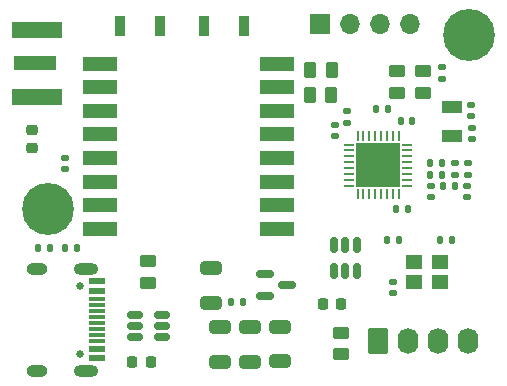
<source format=gbr>
%TF.GenerationSoftware,KiCad,Pcbnew,(6.0.1)*%
%TF.CreationDate,2023-03-02T19:10:53-05:00*%
%TF.ProjectId,PCBFiles_Gateway,50434246-696c-4657-935f-476174657761,rev?*%
%TF.SameCoordinates,Original*%
%TF.FileFunction,Soldermask,Top*%
%TF.FilePolarity,Negative*%
%FSLAX46Y46*%
G04 Gerber Fmt 4.6, Leading zero omitted, Abs format (unit mm)*
G04 Created by KiCad (PCBNEW (6.0.1)) date 2023-03-02 19:10:53*
%MOMM*%
%LPD*%
G01*
G04 APERTURE LIST*
G04 Aperture macros list*
%AMRoundRect*
0 Rectangle with rounded corners*
0 $1 Rounding radius*
0 $2 $3 $4 $5 $6 $7 $8 $9 X,Y pos of 4 corners*
0 Add a 4 corners polygon primitive as box body*
4,1,4,$2,$3,$4,$5,$6,$7,$8,$9,$2,$3,0*
0 Add four circle primitives for the rounded corners*
1,1,$1+$1,$2,$3*
1,1,$1+$1,$4,$5*
1,1,$1+$1,$6,$7*
1,1,$1+$1,$8,$9*
0 Add four rect primitives between the rounded corners*
20,1,$1+$1,$2,$3,$4,$5,0*
20,1,$1+$1,$4,$5,$6,$7,0*
20,1,$1+$1,$6,$7,$8,$9,0*
20,1,$1+$1,$8,$9,$2,$3,0*%
G04 Aperture macros list end*
%ADD10RoundRect,0.225000X0.250000X-0.225000X0.250000X0.225000X-0.250000X0.225000X-0.250000X-0.225000X0*%
%ADD11RoundRect,0.250000X-0.650000X0.325000X-0.650000X-0.325000X0.650000X-0.325000X0.650000X0.325000X0*%
%ADD12RoundRect,0.140000X-0.170000X0.140000X-0.170000X-0.140000X0.170000X-0.140000X0.170000X0.140000X0*%
%ADD13R,3.000000X1.300000*%
%ADD14RoundRect,0.135000X-0.135000X-0.185000X0.135000X-0.185000X0.135000X0.185000X-0.135000X0.185000X0*%
%ADD15R,3.600000X1.270000*%
%ADD16R,4.200000X1.350000*%
%ADD17RoundRect,0.225000X0.225000X0.250000X-0.225000X0.250000X-0.225000X-0.250000X0.225000X-0.250000X0*%
%ADD18C,4.400000*%
%ADD19RoundRect,0.140000X0.170000X-0.140000X0.170000X0.140000X-0.170000X0.140000X-0.170000X-0.140000X0*%
%ADD20RoundRect,0.147500X-0.147500X-0.172500X0.147500X-0.172500X0.147500X0.172500X-0.147500X0.172500X0*%
%ADD21RoundRect,0.218750X-0.218750X-0.256250X0.218750X-0.256250X0.218750X0.256250X-0.218750X0.256250X0*%
%ADD22R,1.700000X1.700000*%
%ADD23O,1.700000X1.700000*%
%ADD24RoundRect,0.140000X-0.140000X-0.170000X0.140000X-0.170000X0.140000X0.170000X-0.140000X0.170000X0*%
%ADD25RoundRect,0.062500X0.337500X0.062500X-0.337500X0.062500X-0.337500X-0.062500X0.337500X-0.062500X0*%
%ADD26RoundRect,0.062500X0.062500X0.337500X-0.062500X0.337500X-0.062500X-0.337500X0.062500X-0.337500X0*%
%ADD27R,3.700000X3.700000*%
%ADD28R,0.900000X1.700000*%
%ADD29R,1.800000X1.000000*%
%ADD30RoundRect,0.150000X-0.587500X-0.150000X0.587500X-0.150000X0.587500X0.150000X-0.587500X0.150000X0*%
%ADD31RoundRect,0.150000X-0.512500X-0.150000X0.512500X-0.150000X0.512500X0.150000X-0.512500X0.150000X0*%
%ADD32RoundRect,0.150000X-0.150000X0.512500X-0.150000X-0.512500X0.150000X-0.512500X0.150000X0.512500X0*%
%ADD33RoundRect,0.250000X-0.450000X0.262500X-0.450000X-0.262500X0.450000X-0.262500X0.450000X0.262500X0*%
%ADD34RoundRect,0.250000X-0.620000X-0.845000X0.620000X-0.845000X0.620000X0.845000X-0.620000X0.845000X0*%
%ADD35O,1.740000X2.190000*%
%ADD36RoundRect,0.135000X0.135000X0.185000X-0.135000X0.185000X-0.135000X-0.185000X0.135000X-0.185000X0*%
%ADD37R,1.400000X1.200000*%
%ADD38RoundRect,0.147500X0.147500X0.172500X-0.147500X0.172500X-0.147500X-0.172500X0.147500X-0.172500X0*%
%ADD39RoundRect,0.250000X0.650000X-0.325000X0.650000X0.325000X-0.650000X0.325000X-0.650000X-0.325000X0*%
%ADD40C,0.650000*%
%ADD41R,1.450000X0.600000*%
%ADD42R,1.450000X0.300000*%
%ADD43O,2.100000X1.000000*%
%ADD44O,1.800000X1.000000*%
%ADD45RoundRect,0.250000X-0.262500X-0.450000X0.262500X-0.450000X0.262500X0.450000X-0.262500X0.450000X0*%
G04 APERTURE END LIST*
D10*
%TO.C,D2*%
X127980000Y-93775000D03*
X127980000Y-92225000D03*
%TD*%
D11*
%TO.C,C4*%
X149020000Y-108885000D03*
X149020000Y-111835000D03*
%TD*%
D12*
%TO.C,C15*%
X161780000Y-96980000D03*
X161780000Y-97940000D03*
%TD*%
D13*
%TO.C,U4*%
X148770000Y-100620000D03*
X148770000Y-98620000D03*
X148770000Y-96620000D03*
X148770000Y-94620000D03*
X148770000Y-92620000D03*
X148770000Y-90620000D03*
X148770000Y-88620000D03*
X148770000Y-86620000D03*
X133770000Y-86620000D03*
X133770000Y-88620000D03*
X133770000Y-90620000D03*
X133770000Y-92620000D03*
X133770000Y-94620000D03*
X133770000Y-96620000D03*
X133770000Y-98620000D03*
X133770000Y-100620000D03*
%TD*%
D14*
%TO.C,R7*%
X158090000Y-101570000D03*
X159110000Y-101570000D03*
%TD*%
D15*
%TO.C,J2*%
X128232500Y-86610000D03*
D16*
X128432500Y-89435000D03*
X128432500Y-83785000D03*
%TD*%
D17*
%TO.C,D1*%
X154185000Y-107000000D03*
X152635000Y-107000000D03*
%TD*%
D18*
%TO.C,H2*%
X129350000Y-98910000D03*
%TD*%
D19*
%TO.C,C6*%
X163810000Y-96020000D03*
X163810000Y-95060000D03*
%TD*%
D20*
%TO.C,L1*%
X144885000Y-106780000D03*
X145855000Y-106780000D03*
%TD*%
D21*
%TO.C,F1*%
X136512500Y-111860000D03*
X138087500Y-111860000D03*
%TD*%
D20*
%TO.C,L3*%
X162820000Y-96985000D03*
X163790000Y-96985000D03*
%TD*%
D22*
%TO.C,J4*%
X152440000Y-83270000D03*
D23*
X154980000Y-83270000D03*
X157520000Y-83270000D03*
X160060000Y-83270000D03*
%TD*%
D24*
%TO.C,C8*%
X159260000Y-91520000D03*
X160220000Y-91520000D03*
%TD*%
D25*
%TO.C,U3*%
X159785000Y-96975000D03*
X159785000Y-96475000D03*
X159785000Y-95975000D03*
X159785000Y-95475000D03*
X159785000Y-94975000D03*
X159785000Y-94475000D03*
X159785000Y-93975000D03*
X159785000Y-93475000D03*
D26*
X159085000Y-92775000D03*
X158585000Y-92775000D03*
X158085000Y-92775000D03*
X157585000Y-92775000D03*
X157085000Y-92775000D03*
X156585000Y-92775000D03*
X156085000Y-92775000D03*
X155585000Y-92775000D03*
D25*
X154885000Y-93475000D03*
X154885000Y-93975000D03*
X154885000Y-94475000D03*
X154885000Y-94975000D03*
X154885000Y-95475000D03*
X154885000Y-95975000D03*
X154885000Y-96475000D03*
X154885000Y-96975000D03*
D26*
X155585000Y-97675000D03*
X156085000Y-97675000D03*
X156585000Y-97675000D03*
X157085000Y-97675000D03*
X157585000Y-97675000D03*
X158085000Y-97675000D03*
X158585000Y-97675000D03*
X159085000Y-97675000D03*
D27*
X157335000Y-95225000D03*
%TD*%
D19*
%TO.C,C9*%
X153640000Y-92760000D03*
X153640000Y-91800000D03*
%TD*%
D24*
%TO.C,C19*%
X157180000Y-90450000D03*
X158140000Y-90450000D03*
%TD*%
D19*
%TO.C,C11*%
X154700000Y-91630000D03*
X154700000Y-90670000D03*
%TD*%
D24*
%TO.C,C7*%
X161750000Y-95020000D03*
X162710000Y-95020000D03*
%TD*%
D11*
%TO.C,C3*%
X143950000Y-108925000D03*
X143950000Y-111875000D03*
%TD*%
D28*
%TO.C,SW2*%
X135480000Y-83450000D03*
X138880000Y-83450000D03*
%TD*%
D29*
%TO.C,Y1*%
X163540000Y-92760000D03*
X163540000Y-90260000D03*
%TD*%
D14*
%TO.C,R2*%
X128540000Y-102240000D03*
X129560000Y-102240000D03*
%TD*%
D12*
%TO.C,C14*%
X165210000Y-90130000D03*
X165210000Y-91090000D03*
%TD*%
D18*
%TO.C,H1*%
X165050000Y-84160000D03*
%TD*%
D30*
%TO.C,U2*%
X147712500Y-104440000D03*
X147712500Y-106340000D03*
X149587500Y-105390000D03*
%TD*%
D31*
%TO.C,U1*%
X136730000Y-107880000D03*
X136730000Y-108830000D03*
X136730000Y-109780000D03*
X139005000Y-109780000D03*
X139005000Y-108830000D03*
X139005000Y-107880000D03*
%TD*%
D12*
%TO.C,C17*%
X158590000Y-105110000D03*
X158590000Y-106070000D03*
%TD*%
%TO.C,C20*%
X130850000Y-94620000D03*
X130850000Y-95580000D03*
%TD*%
D32*
%TO.C,U5*%
X155510000Y-101942500D03*
X154560000Y-101942500D03*
X153610000Y-101942500D03*
X153610000Y-104217500D03*
X154560000Y-104217500D03*
X155510000Y-104217500D03*
%TD*%
D33*
%TO.C,R8*%
X137880000Y-103337500D03*
X137880000Y-105162500D03*
%TD*%
D34*
%TO.C,J3*%
X157330000Y-110130000D03*
D35*
X159870000Y-110130000D03*
X162410000Y-110130000D03*
X164950000Y-110130000D03*
%TD*%
D36*
%TO.C,R1*%
X131850000Y-102240000D03*
X130830000Y-102240000D03*
%TD*%
D19*
%TO.C,C5*%
X164930000Y-96020000D03*
X164930000Y-95060000D03*
%TD*%
%TO.C,C13*%
X165240000Y-93000000D03*
X165240000Y-92040000D03*
%TD*%
%TO.C,C12*%
X162760000Y-87900000D03*
X162760000Y-86940000D03*
%TD*%
D37*
%TO.C,Y2*%
X160400000Y-105120000D03*
X162600000Y-105120000D03*
X162600000Y-103420000D03*
X160400000Y-103420000D03*
%TD*%
D33*
%TO.C,R9*%
X158890000Y-87277500D03*
X158890000Y-89102500D03*
%TD*%
D24*
%TO.C,C10*%
X158870000Y-98940000D03*
X159830000Y-98940000D03*
%TD*%
D33*
%TO.C,R3*%
X154190000Y-109417500D03*
X154190000Y-111242500D03*
%TD*%
D11*
%TO.C,C2*%
X146450000Y-108905000D03*
X146450000Y-111855000D03*
%TD*%
D38*
%TO.C,L2*%
X162725000Y-96020000D03*
X161755000Y-96020000D03*
%TD*%
D39*
%TO.C,C1*%
X143180000Y-106855000D03*
X143180000Y-103905000D03*
%TD*%
D12*
%TO.C,C16*%
X164815000Y-96985000D03*
X164815000Y-97945000D03*
%TD*%
D40*
%TO.C,J1*%
X132090000Y-111210000D03*
X132090000Y-105430000D03*
D41*
X133535000Y-105070000D03*
X133535000Y-105870000D03*
D42*
X133535000Y-107070000D03*
X133535000Y-108070000D03*
X133535000Y-108570000D03*
X133535000Y-109570000D03*
D41*
X133535000Y-110770000D03*
X133535000Y-111570000D03*
X133535000Y-111570000D03*
X133535000Y-110770000D03*
D42*
X133535000Y-110070000D03*
X133535000Y-109070000D03*
X133535000Y-107570000D03*
X133535000Y-106570000D03*
D41*
X133535000Y-105870000D03*
X133535000Y-105070000D03*
D43*
X132620000Y-112640000D03*
D44*
X128440000Y-104000000D03*
X128440000Y-112640000D03*
D43*
X132620000Y-104000000D03*
%TD*%
D45*
%TO.C,R6*%
X151557500Y-87160000D03*
X153382500Y-87160000D03*
%TD*%
D33*
%TO.C,R4*%
X161110000Y-87287500D03*
X161110000Y-89112500D03*
%TD*%
D28*
%TO.C,SW1*%
X145950000Y-83430000D03*
X142550000Y-83430000D03*
%TD*%
D24*
%TO.C,C18*%
X162600000Y-101570000D03*
X163560000Y-101570000D03*
%TD*%
D45*
%TO.C,R5*%
X151537500Y-89280000D03*
X153362500Y-89280000D03*
%TD*%
M02*

</source>
